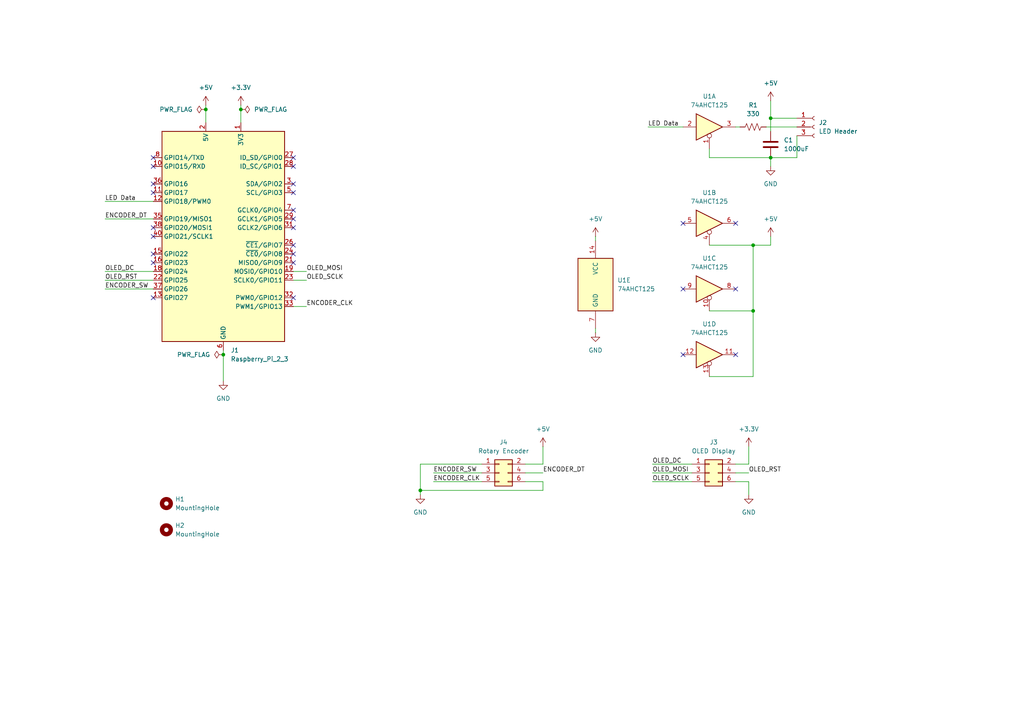
<source format=kicad_sch>
(kicad_sch (version 20250114) (generator "eeschema") (generator_version "9.0")
  (paper "A4")
  (lib_symbols
    (symbol "74xx:74AHCT125" (pin_names (offset 1.016))
      (property "Reference" "U" (at 0 1.27 0))
      (property "Value" "74AHCT125" (at 0 -1.27 0))
      (symbol "74AHCT125_1_0"
        (polyline (pts (xy -3.81 3.81) (xy -3.81 -3.81) (xy 3.81 0) (xy -3.81 3.81)) (stroke (width 0.254)) (fill (type background)))
        (pin input line (at -7.62 0 0) (length 3.81) (name "~") (number "2"))
        (pin input inverted (at 0 -6.35 90) (length 4.445) (name "~") (number "1"))
        (pin tri_state line (at 7.62 0 180) (length 3.81) (name "~") (number "3"))
      )
      (symbol "74AHCT125_2_0"
        (polyline (pts (xy -3.81 3.81) (xy -3.81 -3.81) (xy 3.81 0) (xy -3.81 3.81)) (stroke (width 0.254)) (fill (type background)))
        (pin input line (at -7.62 0 0) (length 3.81) (name "~") (number "5"))
        (pin input inverted (at 0 -6.35 90) (length 4.445) (name "~") (number "4"))
        (pin tri_state line (at 7.62 0 180) (length 3.81) (name "~") (number "6"))
      )
      (symbol "74AHCT125_3_0"
        (polyline (pts (xy -3.81 3.81) (xy -3.81 -3.81) (xy 3.81 0) (xy -3.81 3.81)) (stroke (width 0.254)) (fill (type background)))
        (pin input line (at -7.62 0 0) (length 3.81) (name "~") (number "9"))
        (pin input inverted (at 0 -6.35 90) (length 4.445) (name "~") (number "10"))
        (pin tri_state line (at 7.62 0 180) (length 3.81) (name "~") (number "8"))
      )
      (symbol "74AHCT125_4_0"
        (polyline (pts (xy -3.81 3.81) (xy -3.81 -3.81) (xy 3.81 0) (xy -3.81 3.81)) (stroke (width 0.254)) (fill (type background)))
        (pin input line (at -7.62 0 0) (length 3.81) (name "~") (number "12"))
        (pin input inverted (at 0 -6.35 90) (length 4.445) (name "~") (number "13"))
        (pin tri_state line (at 7.62 0 180) (length 3.81) (name "~") (number "11"))
      )
      (symbol "74AHCT125_5_0"
        (pin power_in line (at 0 12.7 270) (length 5.08) (name "VCC") (number "14"))
        (pin power_in line (at 0 -12.7 90) (length 5.08) (name "GND") (number "7"))
      )
      (symbol "74AHCT125_5_1"
        (rectangle (start -5.08 7.62) (end 5.08 -7.62) (stroke (width 0.254)) (fill (type background)))
      )
    )
    (symbol "Connector:Conn_01x03_Socket" (pin_names (offset 1.016) (hide yes))
      (property "Reference" "J" (at 0 5.08 0))
      (property "Value" "Conn_01x03_Socket" (at 0 -5.08 0))
      (symbol "Conn_01x03_Socket_1_1"
        (polyline (pts (xy -1.27 2.54) (xy -0.508 2.54)) (stroke (width 0.1524)))
        (polyline (pts (xy -1.27 0) (xy -0.508 0)) (stroke (width 0.1524)))
        (polyline (pts (xy -1.27 -2.54) (xy -0.508 -2.54)) (stroke (width 0.1524)))
        (arc (start 0 2.032) (mid -0.5058 2.54) (end 0 3.048) (stroke (width 0.1524)))
        (arc (start 0 -0.508) (mid -0.5058 0) (end 0 0.508) (stroke (width 0.1524)))
        (arc (start 0 -3.048) (mid -0.5058 -2.54) (end 0 -2.032) (stroke (width 0.1524)))
        (pin passive line (at -5.08 2.54 0) (length 3.81) (name "Pin_1") (number "1"))
        (pin passive line (at -5.08 0 0) (length 3.81) (name "Pin_2") (number "2"))
        (pin passive line (at -5.08 -2.54 0) (length 3.81) (name "Pin_3") (number "3"))
      )
    )
    (symbol "Connector:Raspberry_Pi_2_3"
      (property "Reference" "J" (at -17.78 31.75 0))
      (property "Value" "Raspberry_Pi_2_3" (at 10.16 -31.75 0))
      (symbol "Raspberry_Pi_2_3_0_1"
        (rectangle (start -17.78 30.48) (end 17.78 -30.48) (stroke (width 0.254)) (fill (type background)))
      )
      (symbol "Raspberry_Pi_2_3_1_1"
        (pin bidirectional line (at -20.32 22.86 0) (length 2.54) (name "GPIO14/TXD") (number "8"))
        (pin bidirectional line (at -20.32 20.32 0) (length 2.54) (name "GPIO15/RXD") (number "10"))
        (pin bidirectional line (at -20.32 15.24 0) (length 2.54) (name "GPIO16") (number "36"))
        (pin bidirectional line (at -20.32 12.7 0) (length 2.54) (name "GPIO17") (number "11"))
        (pin bidirectional line (at -20.32 10.16 0) (length 2.54) (name "GPIO18/PWM0") (number "12"))
        (pin bidirectional line (at -20.32 5.08 0) (length 2.54) (name "GPIO19/MISO1") (number "35"))
        (pin bidirectional line (at -20.32 2.54 0) (length 2.54) (name "GPIO20/MOSI1") (number "38"))
        (pin bidirectional line (at -20.32 0 0) (length 2.54) (name "GPIO21/SCLK1") (number "40"))
        (pin bidirectional line (at -20.32 -5.08 0) (length 2.54) (name "GPIO22") (number "15"))
        (pin bidirectional line (at -20.32 -7.62 0) (length 2.54) (name "GPIO23") (number "16"))
        (pin bidirectional line (at -20.32 -10.16 0) (length 2.54) (name "GPIO24") (number "18"))
        (pin bidirectional line (at -20.32 -12.7 0) (length 2.54) (name "GPIO25") (number "22"))
        (pin bidirectional line (at -20.32 -15.24 0) (length 2.54) (name "GPIO26") (number "37"))
        (pin bidirectional line (at -20.32 -17.78 0) (length 2.54) (name "GPIO27") (number "13"))
        (pin power_in line (at -5.08 33.02 270) (length 2.54) (name "5V") (number "2"))
        (pin passive line (at -5.08 33.02 270) (length 2.54) (hide yes) (name "5V") (number "4"))
        (pin passive line (at 0 -33.02 90) (length 2.54) (hide yes) (name "GND") (number "14"))
        (pin passive line (at 0 -33.02 90) (length 2.54) (hide yes) (name "GND") (number "20"))
        (pin passive line (at 0 -33.02 90) (length 2.54) (hide yes) (name "GND") (number "25"))
        (pin passive line (at 0 -33.02 90) (length 2.54) (hide yes) (name "GND") (number "30"))
        (pin passive line (at 0 -33.02 90) (length 2.54) (hide yes) (name "GND") (number "34"))
        (pin passive line (at 0 -33.02 90) (length 2.54) (hide yes) (name "GND") (number "39"))
        (pin power_in line (at 0 -33.02 90) (length 2.54) (name "GND") (number "6"))
        (pin passive line (at 0 -33.02 90) (length 2.54) (hide yes) (name "GND") (number "9"))
        (pin power_in line (at 5.08 33.02 270) (length 2.54) (name "3V3") (number "1"))
        (pin passive line (at 5.08 33.02 270) (length 2.54) (hide yes) (name "3V3") (number "17"))
        (pin bidirectional line (at 20.32 22.86 180) (length 2.54) (name "ID_SD/GPIO0") (number "27"))
        (pin bidirectional line (at 20.32 20.32 180) (length 2.54) (name "ID_SC/GPIO1") (number "28"))
        (pin bidirectional line (at 20.32 15.24 180) (length 2.54) (name "SDA/GPIO2") (number "3"))
        (pin bidirectional line (at 20.32 12.7 180) (length 2.54) (name "SCL/GPIO3") (number "5"))
        (pin bidirectional line (at 20.32 7.62 180) (length 2.54) (name "GCLK0/GPIO4") (number "7"))
        (pin bidirectional line (at 20.32 5.08 180) (length 2.54) (name "GCLK1/GPIO5") (number "29"))
        (pin bidirectional line (at 20.32 2.54 180) (length 2.54) (name "GCLK2/GPIO6") (number "31"))
        (pin bidirectional line (at 20.32 -2.54 180) (length 2.54) (name "~{CE1}/GPIO7") (number "26"))
        (pin bidirectional line (at 20.32 -5.08 180) (length 2.54) (name "~{CE0}/GPIO8") (number "24"))
        (pin bidirectional line (at 20.32 -7.62 180) (length 2.54) (name "MISO0/GPIO9") (number "21"))
        (pin bidirectional line (at 20.32 -10.16 180) (length 2.54) (name "MOSI0/GPIO10") (number "19"))
        (pin bidirectional line (at 20.32 -12.7 180) (length 2.54) (name "SCLK0/GPIO11") (number "23"))
        (pin bidirectional line (at 20.32 -17.78 180) (length 2.54) (name "PWM0/GPIO12") (number "32"))
        (pin bidirectional line (at 20.32 -20.32 180) (length 2.54) (name "PWM1/GPIO13") (number "33"))
      )
    )
    (symbol "Connector_Generic:Conn_02x03_Odd_Even" (pin_names (offset 1.016) (hide yes))
      (property "Reference" "J" (at 1.27 5.08 0))
      (property "Value" "Conn_02x03_Odd_Even" (at 1.27 -5.08 0))
      (symbol "Conn_02x03_Odd_Even_1_1"
        (rectangle (start -1.27 3.81) (end 3.81 -3.81) (stroke (width 0.254)) (fill (type background)))
        (rectangle (start -1.27 2.667) (end 0 2.413) (stroke (width 0.1524)))
        (rectangle (start -1.27 0.127) (end 0 -0.127) (stroke (width 0.1524)))
        (rectangle (start -1.27 -2.413) (end 0 -2.667) (stroke (width 0.1524)))
        (rectangle (start 3.81 2.667) (end 2.54 2.413) (stroke (width 0.1524)))
        (rectangle (start 3.81 0.127) (end 2.54 -0.127) (stroke (width 0.1524)))
        (rectangle (start 3.81 -2.413) (end 2.54 -2.667) (stroke (width 0.1524)))
        (pin passive line (at -5.08 2.54 0) (length 3.81) (name "Pin_1") (number "1"))
        (pin passive line (at -5.08 0 0) (length 3.81) (name "Pin_3") (number "3"))
        (pin passive line (at -5.08 -2.54 0) (length 3.81) (name "Pin_5") (number "5"))
        (pin passive line (at 7.62 2.54 180) (length 3.81) (name "Pin_2") (number "2"))
        (pin passive line (at 7.62 0 180) (length 3.81) (name "Pin_4") (number "4"))
        (pin passive line (at 7.62 -2.54 180) (length 3.81) (name "Pin_6") (number "6"))
      )
    )
    (symbol "Device:C" (pin_numbers (hide yes)) (pin_names (offset 0.254))
      (property "Reference" "C" (at 0.635 2.54 0))
      (property "Value" "C" (at 0.635 -2.54 0))
      (symbol "C_0_1"
        (polyline (pts (xy -2.032 0.762) (xy 2.032 0.762)) (stroke (width 0.508)))
        (polyline (pts (xy -2.032 -0.762) (xy 2.032 -0.762)) (stroke (width 0.508)))
      )
      (symbol "C_1_1"
        (pin passive line (at 0 3.81 270) (length 2.794) (name "~") (number "1"))
        (pin passive line (at 0 -3.81 90) (length 2.794) (name "~") (number "2"))
      )
    )
    (symbol "Device:R_US" (pin_numbers (hide yes)) (pin_names (offset 0))
      (property "Reference" "R" (at 2.54 0 90))
      (property "Value" "R_US" (at -2.54 0 90))
      (symbol "R_US_0_1"
        (polyline (pts (xy 0 2.286) (xy 0 2.54)))
        (polyline (pts (xy 0 2.286) (xy 1.016 1.905) (xy 0 1.524) (xy -1.016 1.143) (xy 0 0.762)))
        (polyline (pts (xy 0 0.762) (xy 1.016 0.381) (xy 0 0) (xy -1.016 -0.381) (xy 0 -0.762)))
        (polyline (pts (xy 0 -0.762) (xy 1.016 -1.143) (xy 0 -1.524) (xy -1.016 -1.905) (xy 0 -2.286)))
        (polyline (pts (xy 0 -2.286) (xy 0 -2.54)))
      )
      (symbol "R_US_1_1"
        (pin passive line (at 0 3.81 270) (length 1.27) (name "~") (number "1"))
        (pin passive line (at 0 -3.81 90) (length 1.27) (name "~") (number "2"))
      )
    )
    (symbol "Mechanical:MountingHole" (pin_names (offset 1.016)) (in_bom no)
      (property "Reference" "H" (at 0 5.08 0))
      (property "Value" "MountingHole" (at 0 3.175 0))
      (symbol "MountingHole_0_1"
        (circle (center 0 0) (radius 1.27) (stroke (width 1.27)))
      )
    )
    (symbol "power:+3.3V" (power) (pin_numbers (hide yes)) (pin_names (offset 0) (hide yes))
      (property "Value" "+3.3V" (at 0 3.556 0))
      (symbol "+3.3V_0_1"
        (polyline (pts (xy -0.762 1.27) (xy 0 2.54)))
        (polyline (pts (xy 0 2.54) (xy 0.762 1.27)))
        (polyline (pts (xy 0 0) (xy 0 2.54)))
      )
      (symbol "+3.3V_1_1"
        (pin power_in line (at 0 0 90) (length 0) (name "~") (number "1"))
      )
    )
    (symbol "power:+5V" (power) (pin_numbers (hide yes)) (pin_names (offset 0) (hide yes))
      (property "Value" "+5V" (at 0 3.556 0))
      (symbol "+5V_0_1"
        (polyline (pts (xy -0.762 1.27) (xy 0 2.54)))
        (polyline (pts (xy 0 2.54) (xy 0.762 1.27)))
        (polyline (pts (xy 0 0) (xy 0 2.54)))
      )
      (symbol "+5V_1_1"
        (pin power_in line (at 0 0 90) (length 0) (name "~") (number "1"))
      )
    )
    (symbol "power:GND" (power) (pin_numbers (hide yes)) (pin_names (offset 0) (hide yes))
      (property "Value" "GND" (at 0 -3.81 0))
      (symbol "GND_0_1"
        (polyline (pts (xy 0 0) (xy 0 -1.27) (xy 1.27 -1.27) (xy 0 -2.54) (xy -1.27 -1.27) (xy 0 -1.27)))
      )
      (symbol "GND_1_1"
        (pin power_in line (at 0 0 270) (length 0) (name "~") (number "1"))
      )
    )
    (symbol "power:PWR_FLAG" (power) (pin_numbers (hide yes)) (pin_names (offset 0) (hide yes))
      (property "Value" "PWR_FLAG" (at 0 3.81 0))
      (symbol "PWR_FLAG_0_0"
        (pin power_out line (at 0 0 90) (length 0) (name "~") (number "1"))
      )
      (symbol "PWR_FLAG_0_1"
        (polyline (pts (xy 0 0) (xy 0 1.27) (xy -1.016 1.905) (xy 0 2.54) (xy 1.016 1.905) (xy 0 1.27)))
      )
    )
  )
  (junction (at 218.44 90.17))
  (junction (at 223.52 45.72))
  (junction (at 218.44 71.12))
  (junction (at 121.92 142.24))
  (junction (at 69.85 31.75))
  (junction (at 64.77 102.87))
  (junction (at 223.52 34.29))
  (junction (at 59.69 31.75))
  (no_connect (at 85.09 86.36))
  (no_connect (at 213.36 102.87))
  (no_connect (at 85.09 63.5))
  (no_connect (at 85.09 53.34))
  (no_connect (at 85.09 60.96))
  (no_connect (at 85.09 66.04))
  (no_connect (at 198.12 102.87))
  (no_connect (at 198.12 64.77))
  (no_connect (at 85.09 73.66))
  (no_connect (at 44.45 73.66))
  (no_connect (at 85.09 76.2))
  (no_connect (at 213.36 83.82))
  (no_connect (at 44.45 86.36))
  (no_connect (at 44.45 45.72))
  (no_connect (at 44.45 66.04))
  (no_connect (at 44.45 48.26))
  (no_connect (at 44.45 76.2))
  (no_connect (at 85.09 55.88))
  (no_connect (at 44.45 68.58))
  (no_connect (at 85.09 45.72))
  (no_connect (at 85.09 48.26))
  (no_connect (at 44.45 55.88))
  (no_connect (at 213.36 64.77))
  (no_connect (at 85.09 71.12))
  (no_connect (at 44.45 53.34))
  (no_connect (at 198.12 83.82))
  (wire (pts (xy 213.36 36.83) (xy 214.63 36.83)))
  (wire (pts (xy 69.85 30.48) (xy 69.85 31.75)))
  (wire (pts (xy 223.52 45.72) (xy 223.52 48.26)))
  (wire (pts (xy 69.85 31.75) (xy 69.85 35.56)))
  (wire (pts (xy 152.4 134.62) (xy 157.48 134.62)))
  (wire (pts (xy 222.25 36.83) (xy 231.14 36.83)))
  (wire (pts (xy 218.44 90.17) (xy 218.44 71.12)))
  (wire (pts (xy 30.48 58.42) (xy 44.45 58.42)))
  (wire (pts (xy 223.52 71.12) (xy 223.52 68.58)))
  (wire (pts (xy 223.52 34.29) (xy 223.52 38.1)))
  (wire (pts (xy 189.23 139.7) (xy 200.66 139.7)))
  (wire (pts (xy 157.48 142.24) (xy 121.92 142.24)))
  (wire (pts (xy 157.48 139.7) (xy 157.48 142.24)))
  (wire (pts (xy 218.44 109.22) (xy 218.44 90.17)))
  (wire (pts (xy 152.4 139.7) (xy 157.48 139.7)))
  (wire (pts (xy 205.74 109.22) (xy 218.44 109.22)))
  (wire (pts (xy 59.69 30.48) (xy 59.69 31.75)))
  (wire (pts (xy 121.92 134.62) (xy 121.92 142.24)))
  (wire (pts (xy 30.48 78.74) (xy 44.45 78.74)))
  (wire (pts (xy 223.52 29.21) (xy 223.52 34.29)))
  (wire (pts (xy 223.52 34.29) (xy 231.14 34.29)))
  (wire (pts (xy 205.74 90.17) (xy 218.44 90.17)))
  (wire (pts (xy 217.17 129.54) (xy 217.17 134.62)))
  (wire (pts (xy 189.23 137.16) (xy 200.66 137.16)))
  (wire (pts (xy 125.73 137.16) (xy 139.7 137.16)))
  (wire (pts (xy 59.69 31.75) (xy 59.69 35.56)))
  (wire (pts (xy 217.17 139.7) (xy 217.17 143.51)))
  (wire (pts (xy 139.7 134.62) (xy 121.92 134.62)))
  (wire (pts (xy 205.74 71.12) (xy 218.44 71.12)))
  (wire (pts (xy 30.48 63.5) (xy 44.45 63.5)))
  (wire (pts (xy 85.09 81.28) (xy 88.9 81.28)))
  (wire (pts (xy 157.48 134.62) (xy 157.48 129.54)))
  (wire (pts (xy 213.36 139.7) (xy 217.17 139.7)))
  (wire (pts (xy 189.23 134.62) (xy 200.66 134.62)))
  (wire (pts (xy 30.48 81.28) (xy 44.45 81.28)))
  (wire (pts (xy 231.14 45.72) (xy 223.52 45.72)))
  (wire (pts (xy 205.74 43.18) (xy 205.74 45.72)))
  (wire (pts (xy 125.73 139.7) (xy 139.7 139.7)))
  (wire (pts (xy 64.77 102.87) (xy 64.77 110.49)))
  (wire (pts (xy 231.14 39.37) (xy 231.14 45.72)))
  (wire (pts (xy 64.77 101.6) (xy 64.77 102.87)))
  (wire (pts (xy 152.4 137.16) (xy 157.48 137.16)))
  (wire (pts (xy 172.72 95.25) (xy 172.72 96.52)))
  (wire (pts (xy 85.09 78.74) (xy 88.9 78.74)))
  (wire (pts (xy 121.92 142.24) (xy 121.92 143.51)))
  (wire (pts (xy 187.96 36.83) (xy 198.12 36.83)))
  (wire (pts (xy 172.72 68.58) (xy 172.72 69.85)))
  (wire (pts (xy 213.36 137.16) (xy 217.17 137.16)))
  (wire (pts (xy 205.74 45.72) (xy 223.52 45.72)))
  (wire (pts (xy 223.52 71.12) (xy 218.44 71.12)))
  (wire (pts (xy 30.48 83.82) (xy 44.45 83.82)))
  (wire (pts (xy 85.09 88.9) (xy 88.9 88.9)))
  (wire (pts (xy 213.36 134.62) (xy 217.17 134.62)))
  (label "ENCODER_SW" (at 125.73 137.16 0))
  (label "OLED_RST" (at 217.17 137.16 0))
  (label "LED Data" (at 187.96 36.83 0))
  (label "ENCODER_CLK" (at 88.9 88.9 0))
  (label "OLED_SCLK" (at 88.9 81.28 0))
  (label "OLED_SCLK" (at 189.23 139.7 0))
  (label "OLED_MOSI" (at 189.23 137.16 0))
  (label "ENCODER_DT" (at 30.48 63.5 0))
  (label "OLED_DC" (at 189.23 134.62 0))
  (label "OLED_RST" (at 30.48 81.28 0))
  (label "ENCODER_DT" (at 157.48 137.16 0))
  (label "ENCODER_CLK" (at 125.73 139.7 0))
  (label "ENCODER_SW" (at 30.48 83.82 0))
  (label "OLED_DC" (at 30.48 78.74 0))
  (label "OLED_MOSI" (at 88.9 78.74 0))
  (label "LED Data" (at 30.48 58.42 0))
  (symbol (lib_id "Connector_Generic:Conn_02x03_Odd_Even") (at 144.78 137.16 0) (unit 1)
    (property "Reference" "J4" (at 146.05 128.27 0))
    (property "Value" "Rotary Encoder" (at 146.05 130.81 0))
    (property "Footprint" "Connector_PinHeader_2.54mm:PinHeader_2x03_P2.54mm_Vertical" (effects (hide yes)))
    (property "Description" "Generic connector, double row, 02x03, odd/even pin numbering scheme (row 1 odd numbers, row 2 even numbers), script generated (kicad-library-utils/schlib/autogen/connector/)" (effects (hide yes)))
  )
  (symbol (lib_id "power:PWR_FLAG") (at 69.85 31.75 270) (unit 1)
    (property "Reference" "#FLG02" (effects (hide yes)))
    (property "Value" "PWR_FLAG" (at 73.66 31.7499 90) (effects (justify left)))
    (property "Description" "Special symbol for telling ERC where power comes from" (effects (hide yes)))
  )
  (symbol (lib_id "Device:C") (at 223.52 41.91 0) (unit 1)
    (property "Reference" "C1" (at 227.33 40.6399 0) (effects (justify left)))
    (property "Value" "1000uF" (at 227.33 43.1799 0) (effects (justify left)))
    (property "Footprint" "Capacitor_THT:C_Radial_D10.0mm_H16.0mm_P5.00mm" (effects (hide yes)))
    (property "Datasheet" "https://www.mouser.com/datasheet/3/72/1/KEM_A4067_A750.pdf" (effects (hide yes)))
    (property "Description" "Unpolarized capacitor" (effects (hide yes)))
  )
  (symbol (lib_id "74xx:74AHCT125") (at 172.72 82.55 0) (unit 5)
    (property "Reference" "U1" (at 179.07 81.2799 0) (effects (justify left)))
    (property "Value" "74AHCT125" (at 179.07 83.8199 0) (effects (justify left)))
    (property "Footprint" "Package_SO:TSSOP-14_4.4x5mm_P0.65mm" (effects (hide yes)))
    (property "Datasheet" "https://www.ti.com/lit/ds/symlink/sn74ahct125.pdf" (effects (hide yes)))
    (property "Description" "Quadruple Bus Buffer Gates With 3-State Outputs" (effects (hide yes)))
  )
  (symbol (lib_id "74xx:74AHCT125") (at 205.74 83.82 0) (unit 3)
    (property "Reference" "U1" (at 205.74 74.93 0))
    (property "Value" "74AHCT125" (at 205.74 77.47 0))
    (property "Footprint" "Package_SO:TSSOP-14_4.4x5mm_P0.65mm" (effects (hide yes)))
    (property "Datasheet" "https://www.ti.com/lit/ds/symlink/sn74ahct125.pdf" (effects (hide yes)))
    (property "Description" "Quadruple Bus Buffer Gates With 3-State Outputs" (effects (hide yes)))
  )
  (symbol (lib_id "power:GND") (at 121.92 143.51 0) (unit 1)
    (property "Reference" "#PWR011" (effects (hide yes)))
    (property "Value" "GND" (at 121.92 148.59 0))
    (property "Description" "Power symbol creates a global label with name \"GND\" , ground" (effects (hide yes)))
  )
  (symbol (lib_id "74xx:74AHCT125") (at 205.74 36.83 0) (unit 1)
    (property "Reference" "U1" (at 205.74 27.94 0))
    (property "Value" "74AHCT125" (at 205.74 30.48 0))
    (property "Footprint" "Package_SO:TSSOP-14_4.4x5mm_P0.65mm" (effects (hide yes)))
    (property "Datasheet" "https://www.ti.com/lit/ds/symlink/sn74ahct125.pdf" (effects (hide yes)))
    (property "Description" "Quadruple Bus Buffer Gates With 3-State Outputs" (effects (hide yes)))
  )
  (symbol (lib_id "Mechanical:MountingHole") (at 48.26 146.05 0) (unit 1) (in_bom no)
    (property "Reference" "H1" (at 50.8 144.7799 0) (effects (justify left)))
    (property "Value" "MountingHole" (at 50.8 147.3199 0) (effects (justify left)))
    (property "Footprint" "MountingHole:MountingHole_2.7mm_M2.5" (effects (hide yes)))
    (property "Description" "Mounting Hole without connection" (effects (hide yes)))
  )
  (symbol (lib_id "Connector:Conn_01x03_Socket") (at 236.22 36.83 0) (unit 1)
    (property "Reference" "J2" (at 237.49 35.5599 0) (effects (justify left)))
    (property "Value" "LED Header" (at 237.49 38.0999 0) (effects (justify left)))
    (property "Footprint" "Connector_PinHeader_2.54mm:PinHeader_1x03_P2.54mm_Vertical" (effects (hide yes)))
    (property "Description" "Generic connector, single row, 01x03, script generated" (effects (hide yes)))
  )
  (symbol (lib_id "74xx:74AHCT125") (at 205.74 64.77 0) (unit 2)
    (property "Reference" "U1" (at 205.74 55.88 0))
    (property "Value" "74AHCT125" (at 205.74 58.42 0))
    (property "Footprint" "Package_SO:TSSOP-14_4.4x5mm_P0.65mm" (effects (hide yes)))
    (property "Datasheet" "https://www.ti.com/lit/ds/symlink/sn74ahct125.pdf" (effects (hide yes)))
    (property "Description" "Quadruple Bus Buffer Gates With 3-State Outputs" (effects (hide yes)))
  )
  (symbol (lib_id "Connector:Raspberry_Pi_2_3") (at 64.77 68.58 0) (unit 1)
    (property "Reference" "J1" (at 66.9133 101.6 0) (effects (justify left)))
    (property "Value" "Raspberry_Pi_2_3" (at 66.9133 104.14 0) (effects (justify left)))
    (property "Footprint" "Connector_PinSocket_2.54mm:PinSocket_2x20_P2.54mm_Vertical" (effects (hide yes)))
    (property "Datasheet" "https://www.raspberrypi.org/documentation/hardware/raspberrypi/schematics/rpi_SCH_3bplus_1p0_reduced.pdf" (effects (hide yes)))
    (property "Description" "expansion header for Raspberry Pi 2 & 3" (effects (hide yes)))
  )
  (symbol (lib_id "Mechanical:MountingHole") (at 48.26 153.67 0) (unit 1) (in_bom no)
    (property "Reference" "H2" (at 50.8 152.3999 0) (effects (justify left)))
    (property "Value" "MountingHole" (at 50.8 154.9399 0) (effects (justify left)))
    (property "Footprint" "MountingHole:MountingHole_2.7mm_M2.5" (effects (hide yes)))
    (property "Description" "Mounting Hole without connection" (effects (hide yes)))
  )
  (symbol (lib_id "power:+5V") (at 223.52 29.21 0) (unit 1)
    (property "Reference" "#PWR06" (effects (hide yes)))
    (property "Value" "+5V" (at 223.52 24.13 0))
    (property "Description" "Power symbol creates a global label with name \"+5V\"" (effects (hide yes)))
  )
  (symbol (lib_id "power:+5V") (at 172.72 68.58 0) (unit 1)
    (property "Reference" "#PWR04" (effects (hide yes)))
    (property "Value" "+5V" (at 172.72 63.5 0))
    (property "Description" "Power symbol creates a global label with name \"+5V\"" (effects (hide yes)))
  )
  (symbol (lib_id "power:+5V") (at 157.48 129.54 0) (unit 1)
    (property "Reference" "#PWR012" (effects (hide yes)))
    (property "Value" "+5V" (at 157.48 124.46 0))
    (property "Description" "Power symbol creates a global label with name \"+5V\"" (effects (hide yes)))
  )
  (symbol (lib_id "power:PWR_FLAG") (at 59.69 31.75 90) (unit 1)
    (property "Reference" "#FLG01" (effects (hide yes)))
    (property "Value" "PWR_FLAG" (at 55.88 31.7499 90) (effects (justify left)))
    (property "Description" "Special symbol for telling ERC where power comes from" (effects (hide yes)))
  )
  (symbol (lib_id "power:+3.3V") (at 217.17 129.54 0) (unit 1)
    (property "Reference" "#PWR08" (effects (hide yes)))
    (property "Value" "+3.3V" (at 217.17 124.46 0))
    (property "Description" "Power symbol creates a global label with name \"+3.3V\"" (effects (hide yes)))
  )
  (symbol (lib_id "power:PWR_FLAG") (at 64.77 102.87 90) (unit 1)
    (property "Reference" "#FLG03" (effects (hide yes)))
    (property "Value" "PWR_FLAG" (at 60.96 102.8699 90) (effects (justify left)))
    (property "Description" "Special symbol for telling ERC where power comes from" (effects (hide yes)))
  )
  (symbol (lib_id "Device:R_US") (at 218.44 36.83 90) (unit 1)
    (property "Reference" "R1" (at 218.44 30.48 90))
    (property "Value" "330" (at 218.44 33.02 90))
    (property "Footprint" "Resistor_SMD:R_0805_2012Metric_Pad1.20x1.40mm_HandSolder" (effects (hide yes)))
    (property "Description" "Resistor, US symbol" (effects (hide yes)))
  )
  (symbol (lib_id "power:GND") (at 64.77 110.49 0) (unit 1)
    (property "Reference" "#PWR03" (effects (hide yes)))
    (property "Value" "GND" (at 64.77 115.57 0))
    (property "Description" "Power symbol creates a global label with name \"GND\" , ground" (effects (hide yes)))
  )
  (symbol (lib_id "power:+5V") (at 59.69 30.48 0) (unit 1)
    (property "Reference" "#PWR01" (effects (hide yes)))
    (property "Value" "+5V" (at 59.69 25.4 0))
    (property "Description" "Power symbol creates a global label with name \"+5V\"" (effects (hide yes)))
  )
  (symbol (lib_id "power:GND") (at 217.17 143.51 0) (unit 1)
    (property "Reference" "#PWR09" (effects (hide yes)))
    (property "Value" "GND" (at 217.17 148.59 0))
    (property "Description" "Power symbol creates a global label with name \"GND\" , ground" (effects (hide yes)))
  )
  (symbol (lib_id "power:GND") (at 172.72 96.52 0) (unit 1)
    (property "Reference" "#PWR05" (effects (hide yes)))
    (property "Value" "GND" (at 172.72 101.6 0))
    (property "Description" "Power symbol creates a global label with name \"GND\" , ground" (effects (hide yes)))
  )
  (symbol (lib_id "74xx:74AHCT125") (at 205.74 102.87 0) (unit 4)
    (property "Reference" "U1" (at 205.74 93.98 0))
    (property "Value" "74AHCT125" (at 205.74 96.52 0))
    (property "Footprint" "Package_SO:TSSOP-14_4.4x5mm_P0.65mm" (effects (hide yes)))
    (property "Datasheet" "https://www.ti.com/lit/ds/symlink/sn74ahct125.pdf" (effects (hide yes)))
    (property "Description" "Quadruple Bus Buffer Gates With 3-State Outputs" (effects (hide yes)))
  )
  (symbol (lib_id "power:+5V") (at 223.52 68.58 0) (unit 1)
    (property "Reference" "#PWR010" (effects (hide yes)))
    (property "Value" "+5V" (at 223.52 63.5 0))
    (property "Description" "Power symbol creates a global label with name \"+5V\"" (effects (hide yes)))
  )
  (symbol (lib_id "power:GND") (at 223.52 48.26 0) (unit 1)
    (property "Reference" "#PWR07" (effects (hide yes)))
    (property "Value" "GND" (at 223.52 53.34 0))
    (property "Description" "Power symbol creates a global label with name \"GND\" , ground" (effects (hide yes)))
  )
  (symbol (lib_id "power:+3.3V") (at 69.85 30.48 0) (unit 1)
    (property "Reference" "#PWR02" (effects (hide yes)))
    (property "Value" "+3.3V" (at 69.85 25.4 0))
    (property "Description" "Power symbol creates a global label with name \"+3.3V\"" (effects (hide yes)))
  )
  (symbol (lib_id "Connector_Generic:Conn_02x03_Odd_Even") (at 205.74 137.16 0) (unit 1)
    (property "Reference" "J3" (at 207.01 128.27 0))
    (property "Value" "OLED Display" (at 207.01 130.81 0))
    (property "Footprint" "Connector_PinHeader_2.54mm:PinHeader_2x03_P2.54mm_Vertical" (effects (hide yes)))
    (property "Description" "Generic connector, double row, 02x03, odd/even pin numbering scheme (row 1 odd numbers, row 2 even numbers), script generated (kicad-library-utils/schlib/autogen/connector/)" (effects (hide yes)))
  )
)
</source>
